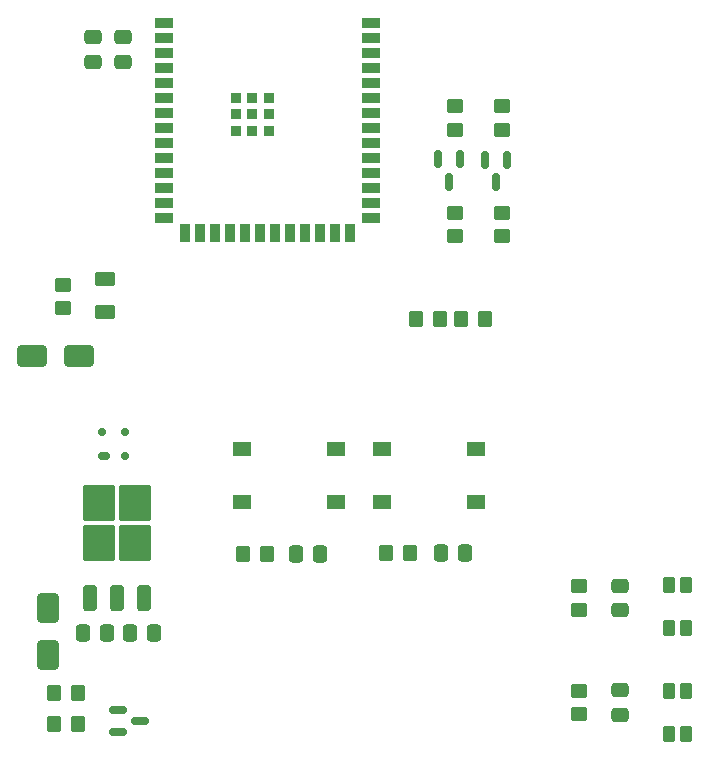
<source format=gbr>
%TF.GenerationSoftware,KiCad,Pcbnew,8.0.6*%
%TF.CreationDate,2024-11-05T15:11:28-06:00*%
%TF.ProjectId,werable_unit (1),77657261-626c-4655-9f75-6e6974202831,rev?*%
%TF.SameCoordinates,Original*%
%TF.FileFunction,Paste,Top*%
%TF.FilePolarity,Positive*%
%FSLAX46Y46*%
G04 Gerber Fmt 4.6, Leading zero omitted, Abs format (unit mm)*
G04 Created by KiCad (PCBNEW 8.0.6) date 2024-11-05 15:11:28*
%MOMM*%
%LPD*%
G01*
G04 APERTURE LIST*
G04 Aperture macros list*
%AMRoundRect*
0 Rectangle with rounded corners*
0 $1 Rounding radius*
0 $2 $3 $4 $5 $6 $7 $8 $9 X,Y pos of 4 corners*
0 Add a 4 corners polygon primitive as box body*
4,1,4,$2,$3,$4,$5,$6,$7,$8,$9,$2,$3,0*
0 Add four circle primitives for the rounded corners*
1,1,$1+$1,$2,$3*
1,1,$1+$1,$4,$5*
1,1,$1+$1,$6,$7*
1,1,$1+$1,$8,$9*
0 Add four rect primitives between the rounded corners*
20,1,$1+$1,$2,$3,$4,$5,0*
20,1,$1+$1,$4,$5,$6,$7,0*
20,1,$1+$1,$6,$7,$8,$9,0*
20,1,$1+$1,$8,$9,$2,$3,0*%
G04 Aperture macros list end*
%ADD10RoundRect,0.150000X-0.150000X0.587500X-0.150000X-0.587500X0.150000X-0.587500X0.150000X0.587500X0*%
%ADD11R,1.550000X1.300000*%
%ADD12RoundRect,0.250000X0.650000X-1.000000X0.650000X1.000000X-0.650000X1.000000X-0.650000X-1.000000X0*%
%ADD13RoundRect,0.250000X-0.450000X0.350000X-0.450000X-0.350000X0.450000X-0.350000X0.450000X0.350000X0*%
%ADD14RoundRect,0.250000X-0.350000X-0.450000X0.350000X-0.450000X0.350000X0.450000X-0.350000X0.450000X0*%
%ADD15RoundRect,0.250000X-0.337500X-0.475000X0.337500X-0.475000X0.337500X0.475000X-0.337500X0.475000X0*%
%ADD16R,1.498600X0.889000*%
%ADD17R,0.889000X1.498600*%
%ADD18R,0.889000X0.889000*%
%ADD19RoundRect,0.250000X1.000000X0.650000X-1.000000X0.650000X-1.000000X-0.650000X1.000000X-0.650000X0*%
%ADD20RoundRect,0.250000X0.450000X-0.350000X0.450000X0.350000X-0.450000X0.350000X-0.450000X-0.350000X0*%
%ADD21RoundRect,0.250000X0.275000X-0.450000X0.275000X0.450000X-0.275000X0.450000X-0.275000X-0.450000X0*%
%ADD22RoundRect,0.250000X-0.475000X0.337500X-0.475000X-0.337500X0.475000X-0.337500X0.475000X0.337500X0*%
%ADD23RoundRect,0.250000X0.350000X-0.850000X0.350000X0.850000X-0.350000X0.850000X-0.350000X-0.850000X0*%
%ADD24RoundRect,0.250000X1.125000X-1.275000X1.125000X1.275000X-1.125000X1.275000X-1.125000X-1.275000X0*%
%ADD25RoundRect,0.250000X0.475000X-0.337500X0.475000X0.337500X-0.475000X0.337500X-0.475000X-0.337500X0*%
%ADD26RoundRect,0.250000X0.625000X-0.375000X0.625000X0.375000X-0.625000X0.375000X-0.625000X-0.375000X0*%
%ADD27RoundRect,0.250000X0.337500X0.475000X-0.337500X0.475000X-0.337500X-0.475000X0.337500X-0.475000X0*%
%ADD28RoundRect,0.150000X-0.587500X-0.150000X0.587500X-0.150000X0.587500X0.150000X-0.587500X0.150000X0*%
%ADD29RoundRect,0.175000X0.325000X-0.175000X0.325000X0.175000X-0.325000X0.175000X-0.325000X-0.175000X0*%
%ADD30RoundRect,0.150000X0.150000X-0.200000X0.150000X0.200000X-0.150000X0.200000X-0.150000X-0.200000X0*%
G04 APERTURE END LIST*
D10*
%TO.C,Q2*%
X117346900Y-61216300D03*
X115446900Y-61216300D03*
X116396900Y-63091300D03*
%TD*%
D11*
%TO.C,SW4*%
X106769000Y-85634000D03*
X114719000Y-85634000D03*
X106769000Y-90134000D03*
X114719000Y-90134000D03*
%TD*%
D12*
%TO.C,D3*%
X78486000Y-103142800D03*
X78486000Y-99142800D03*
%TD*%
D13*
%TO.C,R14*%
X116896900Y-56653800D03*
X116896900Y-58653800D03*
%TD*%
D14*
%TO.C,R9*%
X79000600Y-108940600D03*
X81000600Y-108940600D03*
%TD*%
%TO.C,R8*%
X78997500Y-106347000D03*
X80997500Y-106347000D03*
%TD*%
%TO.C,R25*%
X94989500Y-94546000D03*
X96989500Y-94546000D03*
%TD*%
D15*
%TO.C,C19*%
X111738500Y-94488000D03*
X113813500Y-94488000D03*
%TD*%
D16*
%TO.C,U10*%
X88278000Y-49604000D03*
X88278000Y-50874000D03*
X88278000Y-52144000D03*
X88278000Y-53414000D03*
X88278000Y-54684000D03*
X88278000Y-55954000D03*
X88278000Y-57224000D03*
X88278000Y-58494000D03*
X88278000Y-59764000D03*
X88278000Y-61034000D03*
X88278000Y-62304000D03*
X88278000Y-63574000D03*
X88278000Y-64844000D03*
X88278000Y-66114000D03*
D17*
X90043000Y-67364000D03*
X91313000Y-67364000D03*
X92583000Y-67364000D03*
X93853000Y-67364000D03*
X95123000Y-67364000D03*
X96393000Y-67364000D03*
X97663000Y-67364000D03*
X98933000Y-67364000D03*
X100203000Y-67364000D03*
X101473000Y-67364000D03*
X102743000Y-67364000D03*
X104013000Y-67364000D03*
D16*
X105778000Y-66114000D03*
X105778000Y-64844000D03*
X105778000Y-63574000D03*
X105778000Y-62304000D03*
X105778000Y-61034000D03*
X105778000Y-59764000D03*
X105778000Y-58494000D03*
X105778000Y-57224000D03*
X105778000Y-55954000D03*
X105778000Y-54684000D03*
X105778000Y-53414000D03*
X105778000Y-52144000D03*
X105778000Y-50874000D03*
X105778000Y-49604000D03*
D18*
X95778000Y-57324000D03*
X95778000Y-55924000D03*
X94378000Y-55924000D03*
X94378000Y-57324000D03*
X94378000Y-58724000D03*
X95778000Y-58724000D03*
X97178000Y-58724000D03*
X97178000Y-57324000D03*
X97178000Y-55924000D03*
%TD*%
D19*
%TO.C,D1*%
X81089000Y-77774800D03*
X77089000Y-77774800D03*
%TD*%
D20*
%TO.C,R7*%
X79756000Y-73752000D03*
X79756000Y-71752000D03*
%TD*%
D13*
%TO.C,R15*%
X112896900Y-56653800D03*
X112896900Y-58653800D03*
%TD*%
D21*
%TO.C,SW5*%
X131021000Y-100805800D03*
X131021000Y-97205800D03*
X132461000Y-100805800D03*
X132461000Y-97205800D03*
%TD*%
D22*
%TO.C,C2*%
X126944000Y-106086500D03*
X126944000Y-108161500D03*
%TD*%
D13*
%TO.C,R20*%
X112896900Y-65653800D03*
X112896900Y-67653800D03*
%TD*%
D23*
%TO.C,U5*%
X82048000Y-98248000D03*
X84328000Y-98248000D03*
D24*
X82803000Y-93623000D03*
X85853000Y-93623000D03*
X82803000Y-90273000D03*
X85853000Y-90273000D03*
D23*
X86608000Y-98248000D03*
%TD*%
D21*
%TO.C,SW6*%
X131055000Y-109772000D03*
X131055000Y-106172000D03*
X132495000Y-109772000D03*
X132495000Y-106172000D03*
%TD*%
D14*
%TO.C,R18*%
X109621500Y-74676000D03*
X111621500Y-74676000D03*
%TD*%
D25*
%TO.C,C24*%
X82296000Y-52875000D03*
X82296000Y-50800000D03*
%TD*%
D14*
%TO.C,R13*%
X113477800Y-74676000D03*
X115477800Y-74676000D03*
%TD*%
D26*
%TO.C,D6*%
X83312000Y-74044000D03*
X83312000Y-71244000D03*
%TD*%
D13*
%TO.C,R19*%
X116896900Y-65653800D03*
X116896900Y-67653800D03*
%TD*%
D14*
%TO.C,R26*%
X107113500Y-94488000D03*
X109113500Y-94488000D03*
%TD*%
D20*
%TO.C,R3*%
X123423800Y-99293300D03*
X123423800Y-97293300D03*
%TD*%
%TO.C,R2*%
X123444000Y-108124000D03*
X123444000Y-106124000D03*
%TD*%
D11*
%TO.C,SW3*%
X94921000Y-85634000D03*
X102871000Y-85634000D03*
X94921000Y-90134000D03*
X102871000Y-90134000D03*
%TD*%
D10*
%TO.C,Q3*%
X113396900Y-61153800D03*
X111496900Y-61153800D03*
X112446900Y-63028800D03*
%TD*%
D27*
%TO.C,C4*%
X83469250Y-101243000D03*
X81394250Y-101243000D03*
%TD*%
D15*
%TO.C,C18*%
X99452000Y-94546000D03*
X101527000Y-94546000D03*
%TD*%
D25*
%TO.C,C23*%
X84836000Y-52875000D03*
X84836000Y-50800000D03*
%TD*%
D28*
%TO.C,D4*%
X84362500Y-107767500D03*
X84362500Y-109667500D03*
X86237500Y-108717500D03*
%TD*%
D29*
%TO.C,D2*%
X83253000Y-86273000D03*
D30*
X84953000Y-86273000D03*
X84953000Y-84273000D03*
X83053000Y-84273000D03*
%TD*%
D22*
%TO.C,C1*%
X126923800Y-97255800D03*
X126923800Y-99330800D03*
%TD*%
D27*
%TO.C,C3*%
X87469250Y-101243000D03*
X85394250Y-101243000D03*
%TD*%
M02*

</source>
